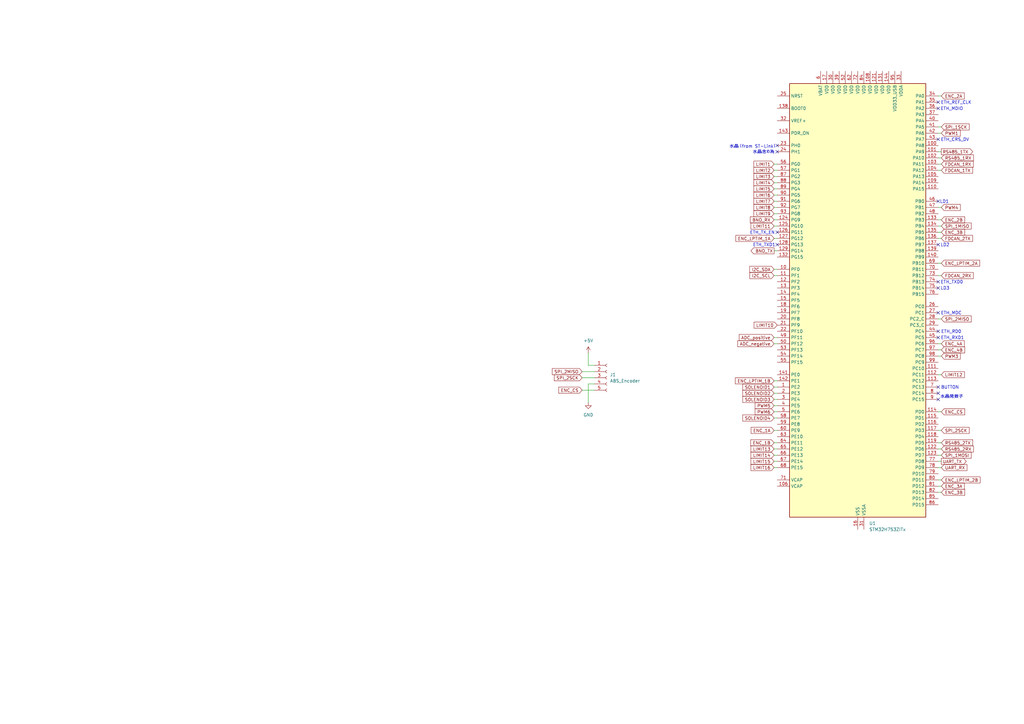
<source format=kicad_sch>
(kicad_sch (version 20250114) (generator "eeschema") (generator_version "9.0")
  (paper "A3")
  (lib_symbols
    (symbol "Connector:Conn_01x05_Socket" (pin_names (offset 1.016) (hide yes))
      (property "Reference" "J" (at 0 7.62 0))
      (property "Value" "Conn_01x05_Socket" (at 0 -7.62 0))
      (symbol "Conn_01x05_Socket_1_1"
        (polyline (pts (xy -1.27 5.08) (xy -0.508 5.08)) (stroke (width 0.1524)))
        (polyline (pts (xy -1.27 2.54) (xy -0.508 2.54)) (stroke (width 0.1524)))
        (polyline (pts (xy -1.27 0) (xy -0.508 0)) (stroke (width 0.1524)))
        (polyline (pts (xy -1.27 -2.54) (xy -0.508 -2.54)) (stroke (width 0.1524)))
        (polyline (pts (xy -1.27 -5.08) (xy -0.508 -5.08)) (stroke (width 0.1524)))
        (arc (start 0 4.572) (mid -0.5058 5.08) (end 0 5.588) (stroke (width 0.1524)))
        (arc (start 0 2.032) (mid -0.5058 2.54) (end 0 3.048) (stroke (width 0.1524)))
        (arc (start 0 -0.508) (mid -0.5058 0) (end 0 0.508) (stroke (width 0.1524)))
        (arc (start 0 -3.048) (mid -0.5058 -2.54) (end 0 -2.032) (stroke (width 0.1524)))
        (arc (start 0 -5.588) (mid -0.5058 -5.08) (end 0 -4.572) (stroke (width 0.1524)))
        (pin passive line (at -5.08 5.08 0) (length 3.81) (name "Pin_1") (number "1"))
        (pin passive line (at -5.08 2.54 0) (length 3.81) (name "Pin_2") (number "2"))
        (pin passive line (at -5.08 0 0) (length 3.81) (name "Pin_3") (number "3"))
        (pin passive line (at -5.08 -2.54 0) (length 3.81) (name "Pin_4") (number "4"))
        (pin passive line (at -5.08 -5.08 0) (length 3.81) (name "Pin_5") (number "5"))
      )
    )
    (symbol "MCU_ST_STM32H7:STM32H753ZITx"
      (property "Reference" "U" (at -27.94 90.17 0))
      (property "Value" "STM32H753ZITx" (at 20.32 90.17 0))
      (symbol "STM32H753ZITx_0_1"
        (rectangle (start -27.94 -88.9) (end 27.94 88.9) (stroke (width 0.254)) (fill (type background)))
      )
      (symbol "STM32H753ZITx_1_1"
        (pin input line (at -33.02 83.82 0) (length 5.08) (name "NRST") (number "25"))
        (pin input line (at -33.02 78.74 0) (length 5.08) (name "BOOT0") (number "138"))
        (pin input line (at -33.02 73.66 0) (length 5.08) (name "VREF+") (number "32"))
        (pin input line (at -33.02 68.58 0) (length 5.08) (name "PDR_ON") (number "143"))
        (pin bidirectional line (at -33.02 63.5 0) (length 5.08) (name "PH0") (number "23"))
        (pin bidirectional line (at -33.02 60.96 0) (length 5.08) (name "PH1") (number "24"))
        (pin bidirectional line (at -33.02 55.88 0) (length 5.08) (name "PG0") (number "56"))
        (pin bidirectional line (at -33.02 53.34 0) (length 5.08) (name "PG1") (number "57"))
        (pin bidirectional line (at -33.02 50.8 0) (length 5.08) (name "PG2") (number "87"))
        (pin bidirectional line (at -33.02 48.26 0) (length 5.08) (name "PG3") (number "88"))
        (pin bidirectional line (at -33.02 45.72 0) (length 5.08) (name "PG4") (number "89"))
        (pin bidirectional line (at -33.02 43.18 0) (length 5.08) (name "PG5") (number "90"))
        (pin bidirectional line (at -33.02 40.64 0) (length 5.08) (name "PG6") (number "91"))
        (pin bidirectional line (at -33.02 38.1 0) (length 5.08) (name "PG7") (number "92"))
        (pin bidirectional line (at -33.02 35.56 0) (length 5.08) (name "PG8") (number "93"))
        (pin bidirectional line (at -33.02 33.02 0) (length 5.08) (name "PG9") (number "124"))
        (pin bidirectional line (at -33.02 30.48 0) (length 5.08) (name "PG10") (number "125"))
        (pin bidirectional line (at -33.02 27.94 0) (length 5.08) (name "PG11") (number "126"))
        (pin bidirectional line (at -33.02 25.4 0) (length 5.08) (name "PG12") (number "127"))
        (pin bidirectional line (at -33.02 22.86 0) (length 5.08) (name "PG13") (number "128"))
        (pin bidirectional line (at -33.02 20.32 0) (length 5.08) (name "PG14") (number "129"))
        (pin bidirectional line (at -33.02 17.78 0) (length 5.08) (name "PG15") (number "132"))
        (pin bidirectional line (at -33.02 12.7 0) (length 5.08) (name "PF0") (number "10"))
        (pin bidirectional line (at -33.02 10.16 0) (length 5.08) (name "PF1") (number "11"))
        (pin bidirectional line (at -33.02 7.62 0) (length 5.08) (name "PF2") (number "12"))
        (pin bidirectional line (at -33.02 5.08 0) (length 5.08) (name "PF3") (number "13"))
        (pin bidirectional line (at -33.02 2.54 0) (length 5.08) (name "PF4") (number "14"))
        (pin bidirectional line (at -33.02 0 0) (length 5.08) (name "PF5") (number "15"))
        (pin bidirectional line (at -33.02 -2.54 0) (length 5.08) (name "PF6") (number "18"))
        (pin bidirectional line (at -33.02 -5.08 0) (length 5.08) (name "PF7") (number "19"))
        (pin bidirectional line (at -33.02 -7.62 0) (length 5.08) (name "PF8") (number "20"))
        (pin bidirectional line (at -33.02 -10.16 0) (length 5.08) (name "PF9") (number "21"))
        (pin bidirectional line (at -33.02 -12.7 0) (length 5.08) (name "PF10") (number "22"))
        (pin bidirectional line (at -33.02 -15.24 0) (length 5.08) (name "PF11") (number "49"))
        (pin bidirectional line (at -33.02 -17.78 0) (length 5.08) (name "PF12") (number "50"))
        (pin bidirectional line (at -33.02 -20.32 0) (length 5.08) (name "PF13") (number "53"))
        (pin bidirectional line (at -33.02 -22.86 0) (length 5.08) (name "PF14") (number "54"))
        (pin bidirectional line (at -33.02 -25.4 0) (length 5.08) (name "PF15") (number "55"))
        (pin bidirectional line (at -33.02 -30.48 0) (length 5.08) (name "PE0") (number "141"))
        (pin bidirectional line (at -33.02 -33.02 0) (length 5.08) (name "PE1") (number "142"))
        (pin bidirectional line (at -33.02 -35.56 0) (length 5.08) (name "PE2") (number "1"))
        (pin bidirectional line (at -33.02 -38.1 0) (length 5.08) (name "PE3") (number "2"))
        (pin bidirectional line (at -33.02 -40.64 0) (length 5.08) (name "PE4") (number "3"))
        (pin bidirectional line (at -33.02 -43.18 0) (length 5.08) (name "PE5") (number "4"))
        (pin bidirectional line (at -33.02 -45.72 0) (length 5.08) (name "PE6") (number "5"))
        (pin bidirectional line (at -33.02 -48.26 0) (length 5.08) (name "PE7") (number "58"))
        (pin bidirectional line (at -33.02 -50.8 0) (length 5.08) (name "PE8") (number "59"))
        (pin bidirectional line (at -33.02 -53.34 0) (length 5.08) (name "PE9") (number "60"))
        (pin bidirectional line (at -33.02 -55.88 0) (length 5.08) (name "PE10") (number "63"))
        (pin bidirectional line (at -33.02 -58.42 0) (length 5.08) (name "PE11") (number "64"))
        (pin bidirectional line (at -33.02 -60.96 0) (length 5.08) (name "PE12") (number "65"))
        (pin bidirectional line (at -33.02 -63.5 0) (length 5.08) (name "PE13") (number "66"))
        (pin bidirectional line (at -33.02 -66.04 0) (length 5.08) (name "PE14") (number "67"))
        (pin bidirectional line (at -33.02 -68.58 0) (length 5.08) (name "PE15") (number "68"))
        (pin power_out line (at -33.02 -73.66 0) (length 5.08) (name "VCAP") (number "71"))
        (pin power_out line (at -33.02 -76.2 0) (length 5.08) (name "VCAP") (number "106"))
        (pin power_in line (at -15.24 93.98 270) (length 5.08) (name "VBAT") (number "6"))
        (pin power_in line (at -12.7 93.98 270) (length 5.08) (name "VDD") (number "17"))
        (pin power_in line (at -10.16 93.98 270) (length 5.08) (name "VDD") (number "30"))
        (pin power_in line (at -7.62 93.98 270) (length 5.08) (name "VDD") (number "39"))
        (pin power_in line (at -5.08 93.98 270) (length 5.08) (name "VDD") (number "52"))
        (pin power_in line (at -2.54 93.98 270) (length 5.08) (name "VDD") (number "62"))
        (pin power_in line (at 0 93.98 270) (length 5.08) (name "VDD") (number "72"))
        (pin passive line (at 0 -93.98 90) (length 5.08) (hide yes) (name "VSS") (number "107"))
        (pin passive line (at 0 -93.98 90) (length 5.08) (hide yes) (name "VSS") (number "120"))
        (pin passive line (at 0 -93.98 90) (length 5.08) (hide yes) (name "VSS") (number "130"))
        (pin power_in line (at 0 -93.98 90) (length 5.08) (name "VSS") (number "16"))
        (pin passive line (at 0 -93.98 90) (length 5.08) (hide yes) (name "VSS") (number "38"))
        (pin passive line (at 0 -93.98 90) (length 5.08) (hide yes) (name "VSS") (number "51"))
        (pin passive line (at 0 -93.98 90) (length 5.08) (hide yes) (name "VSS") (number "61"))
        (pin passive line (at 0 -93.98 90) (length 5.08) (hide yes) (name "VSS") (number "83"))
        (pin passive line (at 0 -93.98 90) (length 5.08) (hide yes) (name "VSS") (number "94"))
        (pin power_in line (at 2.54 93.98 270) (length 5.08) (name "VDD") (number "84"))
        (pin power_in line (at 2.54 -93.98 90) (length 5.08) (name "VSSA") (number "31"))
        (pin power_in line (at 5.08 93.98 270) (length 5.08) (name "VDD") (number "108"))
        (pin power_in line (at 7.62 93.98 270) (length 5.08) (name "VDD") (number "121"))
        (pin power_in line (at 10.16 93.98 270) (length 5.08) (name "VDD") (number "131"))
        (pin power_in line (at 12.7 93.98 270) (length 5.08) (name "VDD") (number "144"))
        (pin power_in line (at 15.24 93.98 270) (length 5.08) (name "VDD33_USB") (number "95"))
        (pin power_in line (at 17.78 93.98 270) (length 5.08) (name "VDDA") (number "33"))
        (pin bidirectional line (at 33.02 83.82 180) (length 5.08) (name "PA0") (number "34"))
        (pin bidirectional line (at 33.02 81.28 180) (length 5.08) (name "PA1") (number "35"))
        (pin bidirectional line (at 33.02 78.74 180) (length 5.08) (name "PA2") (number "36"))
        (pin bidirectional line (at 33.02 76.2 180) (length 5.08) (name "PA3") (number "37"))
        (pin bidirectional line (at 33.02 73.66 180) (length 5.08) (name "PA4") (number "40"))
        (pin bidirectional line (at 33.02 71.12 180) (length 5.08) (name "PA5") (number "41"))
        (pin bidirectional line (at 33.02 68.58 180) (length 5.08) (name "PA6") (number "42"))
        (pin bidirectional line (at 33.02 66.04 180) (length 5.08) (name "PA7") (number "43"))
        (pin bidirectional line (at 33.02 63.5 180) (length 5.08) (name "PA8") (number "100"))
        (pin bidirectional line (at 33.02 60.96 180) (length 5.08) (name "PA9") (number "101"))
        (pin bidirectional line (at 33.02 58.42 180) (length 5.08) (name "PA10") (number "102"))
        (pin bidirectional line (at 33.02 55.88 180) (length 5.08) (name "PA11") (number "103"))
        (pin bidirectional line (at 33.02 53.34 180) (length 5.08) (name "PA12") (number "104"))
        (pin bidirectional line (at 33.02 50.8 180) (length 5.08) (name "PA13") (number "105"))
        (pin bidirectional line (at 33.02 48.26 180) (length 5.08) (name "PA14") (number "109"))
        (pin bidirectional line (at 33.02 45.72 180) (length 5.08) (name "PA15") (number "110"))
        (pin bidirectional line (at 33.02 40.64 180) (length 5.08) (name "PB0") (number "46"))
        (pin bidirectional line (at 33.02 38.1 180) (length 5.08) (name "PB1") (number "47"))
        (pin bidirectional line (at 33.02 35.56 180) (length 5.08) (name "PB2") (number "48"))
        (pin bidirectional line (at 33.02 33.02 180) (length 5.08) (name "PB3") (number "133"))
        (pin bidirectional line (at 33.02 30.48 180) (length 5.08) (name "PB4") (number "134"))
        (pin bidirectional line (at 33.02 27.94 180) (length 5.08) (name "PB5") (number "135"))
        (pin bidirectional line (at 33.02 25.4 180) (length 5.08) (name "PB6") (number "136"))
        (pin bidirectional line (at 33.02 22.86 180) (length 5.08) (name "PB7") (number "137"))
        (pin bidirectional line (at 33.02 20.32 180) (length 5.08) (name "PB8") (number "139"))
        (pin bidirectional line (at 33.02 17.78 180) (length 5.08) (name "PB9") (number "140"))
        (pin bidirectional line (at 33.02 15.24 180) (length 5.08) (name "PB10") (number "69"))
        (pin bidirectional line (at 33.02 12.7 180) (length 5.08) (name "PB11") (number "70"))
        (pin bidirectional line (at 33.02 10.16 180) (length 5.08) (name "PB12") (number "73"))
        (pin bidirectional line (at 33.02 7.62 180) (length 5.08) (name "PB13") (number "74"))
        (pin bidirectional line (at 33.02 5.08 180) (length 5.08) (name "PB14") (number "75"))
        (pin bidirectional line (at 33.02 2.54 180) (length 5.08) (name "PB15") (number "76"))
        (pin bidirectional line (at 33.02 -2.54 180) (length 5.08) (name "PC0") (number "26"))
        (pin bidirectional line (at 33.02 -5.08 180) (length 5.08) (name "PC1") (number "27"))
        (pin bidirectional line (at 33.02 -7.62 180) (length 5.08) (name "PC2_C") (number "28"))
        (pin bidirectional line (at 33.02 -10.16 180) (length 5.08) (name "PC3_C") (number "29"))
        (pin bidirectional line (at 33.02 -12.7 180) (length 5.08) (name "PC4") (number "44"))
        (pin bidirectional line (at 33.02 -15.24 180) (length 5.08) (name "PC5") (number "45"))
        (pin bidirectional line (at 33.02 -17.78 180) (length 5.08) (name "PC6") (number "96"))
        (pin bidirectional line (at 33.02 -20.32 180) (length 5.08) (name "PC7") (number "97"))
        (pin bidirectional line (at 33.02 -22.86 180) (length 5.08) (name "PC8") (number "98"))
        (pin bidirectional line (at 33.02 -25.4 180) (length 5.08) (name "PC9") (number "99"))
        (pin bidirectional line (at 33.02 -27.94 180) (length 5.08) (name "PC10") (number "111"))
        (pin bidirectional line (at 33.02 -30.48 180) (length 5.08) (name "PC11") (number "112"))
        (pin bidirectional line (at 33.02 -33.02 180) (length 5.08) (name "PC12") (number "113"))
        (pin bidirectional line (at 33.02 -35.56 180) (length 5.08) (name "PC13") (number "7"))
        (pin bidirectional line (at 33.02 -38.1 180) (length 5.08) (name "PC14") (number "8"))
        (pin bidirectional line (at 33.02 -40.64 180) (length 5.08) (name "PC15") (number "9"))
        (pin bidirectional line (at 33.02 -45.72 180) (length 5.08) (name "PD0") (number "114"))
        (pin bidirectional line (at 33.02 -48.26 180) (length 5.08) (name "PD1") (number "115"))
        (pin bidirectional line (at 33.02 -50.8 180) (length 5.08) (name "PD2") (number "116"))
        (pin bidirectional line (at 33.02 -53.34 180) (length 5.08) (name "PD3") (number "117"))
        (pin bidirectional line (at 33.02 -55.88 180) (length 5.08) (name "PD4") (number "118"))
        (pin bidirectional line (at 33.02 -58.42 180) (length 5.08) (name "PD5") (number "119"))
        (pin bidirectional line (at 33.02 -60.96 180) (length 5.08) (name "PD6") (number "122"))
        (pin bidirectional line (at 33.02 -63.5 180) (length 5.08) (name "PD7") (number "123"))
        (pin bidirectional line (at 33.02 -66.04 180) (length 5.08) (name "PD8") (number "77"))
        (pin bidirectional line (at 33.02 -68.58 180) (length 5.08) (name "PD9") (number "78"))
        (pin bidirectional line (at 33.02 -71.12 180) (length 5.08) (name "PD10") (number "79"))
        (pin bidirectional line (at 33.02 -73.66 180) (length 5.08) (name "PD11") (number "80"))
        (pin bidirectional line (at 33.02 -76.2 180) (length 5.08) (name "PD12") (number "81"))
        (pin bidirectional line (at 33.02 -78.74 180) (length 5.08) (name "PD13") (number "82"))
        (pin bidirectional line (at 33.02 -81.28 180) (length 5.08) (name "PD14") (number "85"))
        (pin bidirectional line (at 33.02 -83.82 180) (length 5.08) (name "PD15") (number "86"))
      )
    )
    (symbol "power:+5V" (power) (pin_numbers (hide yes)) (pin_names (offset 0) (hide yes))
      (property "Value" "+5V" (at 0 3.556 0))
      (symbol "+5V_0_1"
        (polyline (pts (xy -0.762 1.27) (xy 0 2.54)))
        (polyline (pts (xy 0 2.54) (xy 0.762 1.27)))
        (polyline (pts (xy 0 0) (xy 0 2.54)))
      )
      (symbol "+5V_1_1"
        (pin power_in line (at 0 0 90) (length 0) (name "~") (number "1"))
      )
    )
    (symbol "power:GND" (power) (pin_numbers (hide yes)) (pin_names (offset 0) (hide yes))
      (property "Value" "GND" (at 0 -3.81 0))
      (symbol "GND_0_1"
        (polyline (pts (xy 0 0) (xy 0 -1.27) (xy 1.27 -1.27) (xy 0 -2.54) (xy -1.27 -1.27) (xy 0 -1.27)))
      )
      (symbol "GND_1_1"
        (pin power_in line (at 0 0 270) (length 0) (name "~") (number "1"))
      )
    )
  )
  (text "ETH_RXD1" (at 390.652 138.684 0) (effects (font (size 1.27 1.27))))
  (text "ETH_MDC" (at 390.144 128.524 0) (effects (font (size 1.27 1.27))))
  (text "水晶念の為" (at 313.182 62.484 0) (effects (font (size 1.27 1.27))))
  (text "LD2" (at 387.604 100.584 0) (effects (font (size 1.27 1.27))))
  (text "ETH_TXD0" (at 390.398 115.824 0) (effects (font (size 1.27 1.27))))
  (text "水晶（from ST-Link）" (at 308.864 60.198 0) (effects (font (size 1.27 1.27))))
  (text "ETH_RD0" (at 390.144 136.144 0) (effects (font (size 1.27 1.27))))
  (text "ETH_TXD1" (at 313.436 100.584 0) (effects (font (size 1.27 1.27))))
  (text "LD1" (at 387.35 82.804 0) (effects (font (size 1.27 1.27))))
  (text "ETH_REF_CLK" (at 392.176 42.164 0) (effects (font (size 1.27 1.27))))
  (text "ETH_MDIO" (at 390.398 44.704 0) (effects (font (size 1.27 1.27))))
  (text "ETH_TX_EN" (at 312.674 95.504 0) (effects (font (size 1.27 1.27))))
  (text "BUTTON" (at 389.636 159.004 0) (effects (font (size 1.27 1.27))))
  (text "ETH_CRS_DV" (at 391.668 57.404 0) (effects (font (size 1.27 1.27))))
  (text "LD3" (at 387.604 118.364 0) (effects (font (size 1.27 1.27))))
  (text "水晶発振子" (at 390.398 162.814 0) (effects (font (size 1.27 1.27))))
  (no_connect (at 384.81 115.57))
  (no_connect (at 318.77 100.33))
  (no_connect (at 318.77 59.69))
  (no_connect (at 384.81 82.55))
  (no_connect (at 384.81 44.45))
  (no_connect (at 318.77 62.23))
  (no_connect (at 384.81 135.89))
  (no_connect (at 384.81 161.29))
  (no_connect (at 384.81 128.27))
  (no_connect (at 384.81 158.75))
  (no_connect (at 384.81 57.15))
  (no_connect (at 384.81 118.11))
  (no_connect (at 384.81 163.83))
  (no_connect (at 384.81 100.33))
  (no_connect (at 318.77 95.25))
  (no_connect (at 384.81 138.43))
  (no_connect (at 384.81 41.91))
  (wire (pts (xy 386.08 184.15) (xy 384.81 184.15)))
  (wire (pts (xy 241.3 157.48) (xy 243.84 157.48)))
  (wire (pts (xy 317.5 181.61) (xy 318.77 181.61)))
  (wire (pts (xy 386.08 64.77) (xy 384.81 64.77)))
  (wire (pts (xy 386.08 201.93) (xy 384.81 201.93)))
  (wire (pts (xy 386.08 176.53) (xy 384.81 176.53)))
  (wire (pts (xy 317.5 163.83) (xy 318.77 163.83)))
  (wire (pts (xy 317.5 168.91) (xy 318.77 168.91)))
  (wire (pts (xy 386.08 85.09) (xy 384.81 85.09)))
  (wire (pts (xy 386.08 54.61) (xy 384.81 54.61)))
  (wire (pts (xy 386.08 140.97) (xy 384.81 140.97)))
  (wire (pts (xy 386.08 97.79) (xy 384.81 97.79)))
  (wire (pts (xy 317.5 161.29) (xy 318.77 161.29)))
  (wire (pts (xy 317.5 80.01) (xy 318.77 80.01)))
  (wire (pts (xy 241.3 165.1) (xy 241.3 157.48)))
  (wire (pts (xy 386.08 191.77) (xy 384.81 191.77)))
  (wire (pts (xy 317.5 186.69) (xy 318.77 186.69)))
  (wire (pts (xy 317.5 67.31) (xy 318.77 67.31)))
  (wire (pts (xy 386.08 196.85) (xy 384.81 196.85)))
  (wire (pts (xy 386.08 153.67) (xy 384.81 153.67)))
  (wire (pts (xy 317.5 110.49) (xy 318.77 110.49)))
  (wire (pts (xy 317.5 171.45) (xy 318.77 171.45)))
  (wire (pts (xy 317.5 69.85) (xy 318.77 69.85)))
  (wire (pts (xy 317.5 72.39) (xy 318.77 72.39)))
  (wire (pts (xy 386.08 69.85) (xy 384.81 69.85)))
  (wire (pts (xy 317.5 166.37) (xy 318.77 166.37)))
  (wire (pts (xy 317.5 87.63) (xy 318.77 87.63)))
  (wire (pts (xy 386.08 168.91) (xy 384.81 168.91)))
  (wire (pts (xy 386.08 181.61) (xy 384.81 181.61)))
  (wire (pts (xy 317.5 85.09) (xy 318.77 85.09)))
  (wire (pts (xy 386.08 62.23) (xy 384.81 62.23)))
  (wire (pts (xy 317.5 74.93) (xy 318.77 74.93)))
  (wire (pts (xy 317.5 77.47) (xy 318.77 77.47)))
  (wire (pts (xy 386.08 67.31) (xy 384.81 67.31)))
  (wire (pts (xy 317.5 97.79) (xy 318.77 97.79)))
  (wire (pts (xy 317.5 82.55) (xy 318.77 82.55)))
  (wire (pts (xy 317.5 176.53) (xy 318.77 176.53)))
  (wire (pts (xy 317.5 158.75) (xy 318.77 158.75)))
  (wire (pts (xy 386.08 143.51) (xy 384.81 143.51)))
  (wire (pts (xy 386.08 52.07) (xy 384.81 52.07)))
  (wire (pts (xy 386.08 199.39) (xy 384.81 199.39)))
  (wire (pts (xy 386.08 189.23) (xy 384.81 189.23)))
  (wire (pts (xy 317.5 191.77) (xy 318.77 191.77)))
  (wire (pts (xy 317.5 113.03) (xy 318.77 113.03)))
  (wire (pts (xy 386.08 113.03) (xy 384.81 113.03)))
  (wire (pts (xy 386.08 130.81) (xy 384.81 130.81)))
  (wire (pts (xy 386.08 90.17) (xy 384.81 90.17)))
  (wire (pts (xy 317.5 138.43) (xy 318.77 138.43)))
  (wire (pts (xy 317.5 90.17) (xy 318.77 90.17)))
  (wire (pts (xy 317.5 140.97) (xy 318.77 140.97)))
  (wire (pts (xy 386.08 186.69) (xy 384.81 186.69)))
  (wire (pts (xy 386.08 95.25) (xy 384.81 95.25)))
  (wire (pts (xy 317.5 189.23) (xy 318.77 189.23)))
  (wire (pts (xy 238.76 152.4) (xy 243.84 152.4)))
  (wire (pts (xy 238.76 160.02) (xy 243.84 160.02)))
  (wire (pts (xy 386.08 146.05) (xy 384.81 146.05)))
  (wire (pts (xy 386.08 92.71) (xy 384.81 92.71)))
  (wire (pts (xy 317.5 92.71) (xy 318.77 92.71)))
  (wire (pts (xy 317.5 184.15) (xy 318.77 184.15)))
  (wire (pts (xy 317.5 156.21) (xy 318.77 156.21)))
  (wire (pts (xy 386.08 39.37) (xy 384.81 39.37)))
  (wire (pts (xy 241.3 144.78) (xy 241.3 149.86)))
  (wire (pts (xy 386.08 107.95) (xy 384.81 107.95)))
  (wire (pts (xy 238.76 154.94) (xy 243.84 154.94)))
  (wire (pts (xy 241.3 149.86) (xy 243.84 149.86)))
  (wire (pts (xy 317.5 102.87) (xy 318.77 102.87)))
  (global_label "LIMIT7" (shape input) (at 317.5 82.55 180) (property "Intersheetrefs" "${INTERSHEET_REFS}" (effects (hide yes))))
  (global_label "ENC_LPTIM_2A" (shape input) (at 386.08 107.95 0) (property "Intersheetrefs" "${INTERSHEET_REFS}" (effects (hide yes))))
  (global_label "ENC_3B" (shape input) (at 386.08 95.25 0) (property "Intersheetrefs" "${INTERSHEET_REFS}" (effects (hide yes))))
  (global_label "SPI_2SCK" (shape input) (at 238.76 154.94 180) (property "Intersheetrefs" "${INTERSHEET_REFS}" (effects (hide yes))))
  (global_label "ENC_CS" (shape input) (at 238.76 160.02 180) (property "Intersheetrefs" "${INTERSHEET_REFS}" (effects (hide yes))))
  (global_label "FDCAN_2RX" (shape input) (at 386.08 113.03 0) (property "Intersheetrefs" "${INTERSHEET_REFS}" (effects (hide yes))))
  (global_label "BNO_TX" (shape output) (at 317.5 102.87 180) (property "Intersheetrefs" "${INTERSHEET_REFS}" (effects (hide yes))))
  (global_label "PWM1" (shape input) (at 386.08 54.61 0) (property "Intersheetrefs" "${INTERSHEET_REFS}" (effects (hide yes))))
  (global_label "LIMIT2" (shape input) (at 317.5 69.85 180) (property "Intersheetrefs" "${INTERSHEET_REFS}" (effects (hide yes))))
  (global_label "PWM4" (shape input) (at 386.08 85.09 0) (property "Intersheetrefs" "${INTERSHEET_REFS}" (effects (hide yes))))
  (global_label "SOLENOID3" (shape input) (at 317.5 163.83 180) (property "Intersheetrefs" "${INTERSHEET_REFS}" (effects (hide yes))))
  (global_label "ADC_negative" (shape input) (at 317.5 140.97 180) (property "Intersheetrefs" "${INTERSHEET_REFS}" (effects (hide yes))))
  (global_label "PWM6" (shape input) (at 317.5 168.91 180) (property "Intersheetrefs" "${INTERSHEET_REFS}" (effects (hide yes))))
  (global_label "LIMIT16" (shape input) (at 317.5 191.77 180) (property "Intersheetrefs" "${INTERSHEET_REFS}" (effects (hide yes))))
  (global_label "PWM3" (shape input) (at 386.08 146.05 0) (property "Intersheetrefs" "${INTERSHEET_REFS}" (effects (hide yes))))
  (global_label "LIMIT1" (shape input) (at 317.5 67.31 180) (property "Intersheetrefs" "${INTERSHEET_REFS}" (effects (hide yes))))
  (global_label "LIMIT8" (shape input) (at 317.5 85.09 180) (property "Intersheetrefs" "${INTERSHEET_REFS}" (effects (hide yes))))
  (global_label "LIMIT13" (shape input) (at 317.5 184.15 180) (property "Intersheetrefs" "${INTERSHEET_REFS}" (effects (hide yes))))
  (global_label "SPI_1SCK" (shape input) (at 386.08 52.07 0) (property "Intersheetrefs" "${INTERSHEET_REFS}" (effects (hide yes))))
  (global_label "SOLENOID1" (shape input) (at 317.5 158.75 180) (property "Intersheetrefs" "${INTERSHEET_REFS}" (effects (hide yes))))
  (global_label "LIMIT3" (shape input) (at 317.5 72.39 180) (property "Intersheetrefs" "${INTERSHEET_REFS}" (effects (hide yes))))
  (global_label "ENC_CS" (shape input) (at 386.08 168.91 0) (property "Intersheetrefs" "${INTERSHEET_REFS}" (effects (hide yes))))
  (global_label "LIMIT15" (shape input) (at 317.5 189.23 180) (property "Intersheetrefs" "${INTERSHEET_REFS}" (effects (hide yes))))
  (global_label "I2C_SDA" (shape input) (at 317.5 110.49 180) (property "Intersheetrefs" "${INTERSHEET_REFS}" (effects (hide yes))))
  (global_label "ENC_2B" (shape input) (at 386.08 90.17 0) (property "Intersheetrefs" "${INTERSHEET_REFS}" (effects (hide yes))))
  (global_label "ENC_3B" (shape input) (at 386.08 201.93 0) (property "Intersheetrefs" "${INTERSHEET_REFS}" (effects (hide yes))))
  (global_label "LIMIT9" (shape input) (at 317.5 87.63 180) (property "Intersheetrefs" "${INTERSHEET_REFS}" (effects (hide yes))))
  (global_label "LIMIT11" (shape input) (at 317.5 92.71 180) (property "Intersheetrefs" "${INTERSHEET_REFS}" (effects (hide yes))))
  (global_label "ENC_4B" (shape input) (at 386.08 143.51 0) (property "Intersheetrefs" "${INTERSHEET_REFS}" (effects (hide yes))))
  (global_label "LIMIT10" (shape input) (at 318.77 133.35 180) (property "Intersheetrefs" "${INTERSHEET_REFS}" (effects (hide yes))))
  (global_label "RS485_1RX" (shape input) (at 386.08 64.77 0) (property "Intersheetrefs" "${INTERSHEET_REFS}" (effects (hide yes))))
  (global_label "RS485_1TX" (shape output) (at 386.08 62.23 0) (property "Intersheetrefs" "${INTERSHEET_REFS}" (effects (hide yes))))
  (global_label "PWM5" (shape input) (at 317.5 166.37 180) (property "Intersheetrefs" "${INTERSHEET_REFS}" (effects (hide yes))))
  (global_label "ADC_positive" (shape input) (at 317.5 138.43 180) (property "Intersheetrefs" "${INTERSHEET_REFS}" (effects (hide yes))))
  (global_label "LIMIT6" (shape input) (at 317.5 80.01 180) (property "Intersheetrefs" "${INTERSHEET_REFS}" (effects (hide yes))))
  (global_label "SOLENOID2" (shape input) (at 317.5 161.29 180) (property "Intersheetrefs" "${INTERSHEET_REFS}" (effects (hide yes))))
  (global_label "ENC_LPTIM_1A" (shape input) (at 317.5 97.79 180) (property "Intersheetrefs" "${INTERSHEET_REFS}" (effects (hide yes))))
  (global_label "ENC_LPTIM_2B" (shape input) (at 386.08 196.85 0) (property "Intersheetrefs" "${INTERSHEET_REFS}" (effects (hide yes))))
  (global_label "LIMIT5" (shape input) (at 317.5 77.47 180) (property "Intersheetrefs" "${INTERSHEET_REFS}" (effects (hide yes))))
  (global_label "ENC_4A" (shape input) (at 386.08 140.97 0) (property "Intersheetrefs" "${INTERSHEET_REFS}" (effects (hide yes))))
  (global_label "RS485_2RX" (shape input) (at 386.08 184.15 0) (property "Intersheetrefs" "${INTERSHEET_REFS}" (effects (hide yes))))
  (global_label "ENC_1A" (shape input) (at 317.5 176.53 180) (property "Intersheetrefs" "${INTERSHEET_REFS}" (effects (hide yes))))
  (global_label "SPI_1MOSI" (shape input) (at 386.08 186.69 0) (property "Intersheetrefs" "${INTERSHEET_REFS}" (effects (hide yes))))
  (global_label "SOLENOID4" (shape input) (at 317.5 171.45 180) (property "Intersheetrefs" "${INTERSHEET_REFS}" (effects (hide yes))))
  (global_label "ENC_1B" (shape input) (at 317.5 181.61 180) (property "Intersheetrefs" "${INTERSHEET_REFS}" (effects (hide yes))))
  (global_label "SPI_2MISO" (shape input) (at 238.76 152.4 180) (property "Intersheetrefs" "${INTERSHEET_REFS}" (effects (hide yes))))
  (global_label "I2C_SCL" (shape input) (at 317.5 113.03 180) (property "Intersheetrefs" "${INTERSHEET_REFS}" (effects (hide yes))))
  (global_label "UART_RX" (shape input) (at 386.08 191.77 0) (property "Intersheetrefs" "${INTERSHEET_REFS}" (effects (hide yes))))
  (global_label "UART_TX" (shape output) (at 386.08 189.23 0) (property "Intersheetrefs" "${INTERSHEET_REFS}" (effects (hide yes))))
  (global_label "LIMIT12" (shape input) (at 386.08 153.67 0) (property "Intersheetrefs" "${INTERSHEET_REFS}" (effects (hide yes))))
  (global_label "RS485_2TX" (shape input) (at 386.08 181.61 0) (property "Intersheetrefs" "${INTERSHEET_REFS}" (effects (hide yes))))
  (global_label "LIMIT14" (shape input) (at 317.5 186.69 180) (property "Intersheetrefs" "${INTERSHEET_REFS}" (effects (hide yes))))
  (global_label "LIMIT4" (shape input) (at 317.5 74.93 180) (property "Intersheetrefs" "${INTERSHEET_REFS}" (effects (hide yes))))
  (global_label "ENC_LPTIM_1B" (shape input) (at 317.5 156.21 180) (property "Intersheetrefs" "${INTERSHEET_REFS}" (effects (hide yes))))
  (global_label "BNO_RX" (shape input) (at 317.5 90.17 180) (property "Intersheetrefs" "${INTERSHEET_REFS}" (effects (hide yes))))
  (global_label "ENC_3A" (shape input) (at 386.08 199.39 0) (property "Intersheetrefs" "${INTERSHEET_REFS}" (effects (hide yes))))
  (global_label "SPI_1MISO" (shape input) (at 386.08 92.71 0) (property "Intersheetrefs" "${INTERSHEET_REFS}" (effects (hide yes))))
  (global_label "FDCAN_1TX" (shape input) (at 386.08 69.85 0) (property "Intersheetrefs" "${INTERSHEET_REFS}" (effects (hide yes))))
  (global_label "SPI_2MISO" (shape input) (at 386.08 130.81 0) (property "Intersheetrefs" "${INTERSHEET_REFS}" (effects (hide yes))))
  (global_label "ENC_2A" (shape input) (at 386.08 39.37 0) (property "Intersheetrefs" "${INTERSHEET_REFS}" (effects (hide yes))))
  (global_label "FDCAN_2TX" (shape input) (at 386.08 97.79 0) (property "Intersheetrefs" "${INTERSHEET_REFS}" (effects (hide yes))))
  (global_label "FDCAN_1RX" (shape input) (at 386.08 67.31 0) (property "Intersheetrefs" "${INTERSHEET_REFS}" (effects (hide yes))))
  (global_label "SPI_2SCK" (shape input) (at 386.08 176.53 0) (property "Intersheetrefs" "${INTERSHEET_REFS}" (effects (hide yes))))
  (symbol (lib_id "power:+5V") (at 241.3 144.78 0) (unit 1)
    (property "Reference" "#PWR02" (effects (hide yes)))
    (property "Value" "+5V" (at 241.3 139.7 0))
    (property "Description" "Power symbol creates a global label with name \"+5V\"" (effects (hide yes)))
  )
  (symbol (lib_id "MCU_ST_STM32H7:STM32H753ZITx") (at 351.79 123.19 0) (unit 1)
    (property "Reference" "U1" (at 356.4733 214.63 0) (effects (justify left)))
    (property "Value" "STM32H753ZITx" (at 356.4733 217.17 0) (effects (justify left)))
    (property "Footprint" "MyLib:MODULE_NUCLEO-H753ZI" (effects (hide yes)))
    (property "Datasheet" "https://www.st.com/resource/en/datasheet/stm32h753zi.pdf" (effects (hide yes)))
    (property "Description" "STMicroelectronics Arm Cortex-M7 MCU, 2048KB flash, 1024KB RAM, 480 MHz, 1.62-3.6V, 114 GPIO, LQFP144" (effects (hide yes)))
  )
  (symbol (lib_id "Connector:Conn_01x05_Socket") (at 248.92 154.94 0) (unit 1)
    (property "Reference" "J1" (at 250.19 153.6699 0) (effects (justify left)))
    (property "Value" "ABS_Encoder" (at 250.19 156.2099 0) (effects (justify left)))
    (property "Description" "Generic connector, single row, 01x05, script generated" (effects (hide yes)))
  )
  (symbol (lib_id "power:GND") (at 241.3 165.1 0) (unit 1)
    (property "Reference" "#PWR01" (effects (hide yes)))
    (property "Value" "GND" (at 241.3 170.18 0))
    (property "Description" "Power symbol creates a global label with name \"GND\" , ground" (effects (hide yes)))
  )
)
</source>
